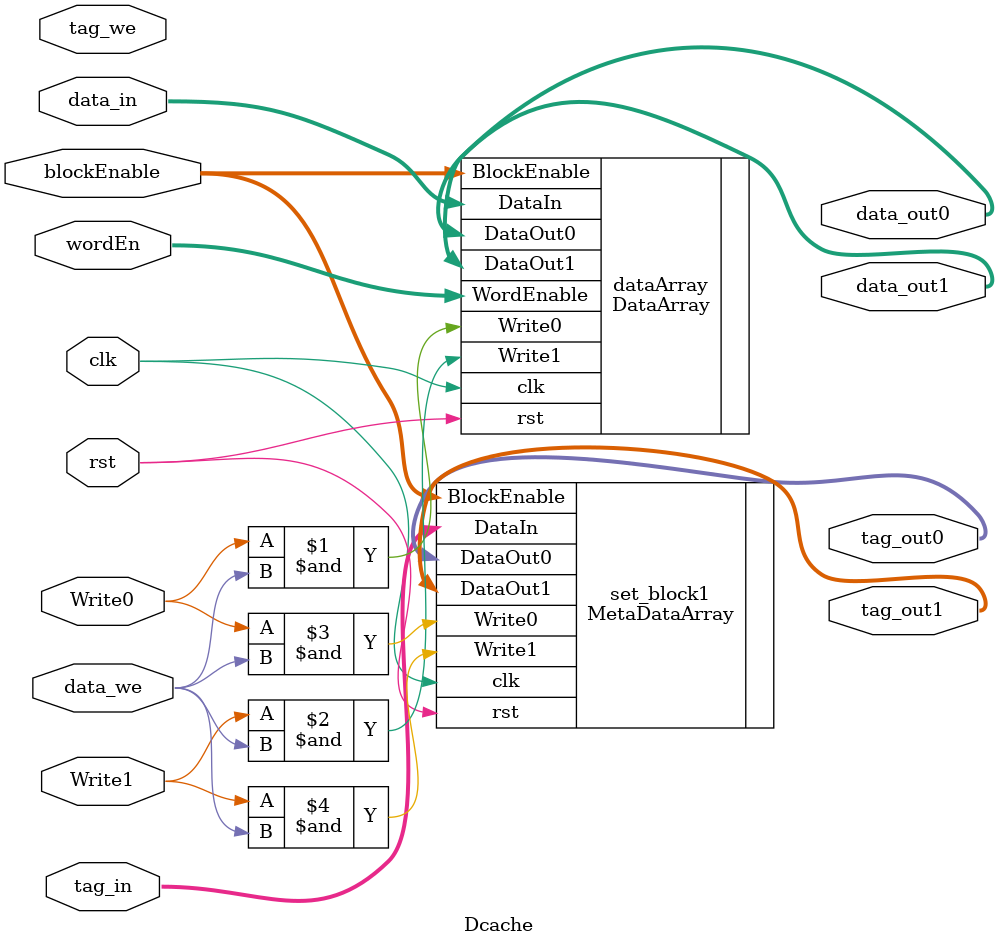
<source format=v>
module Dcache(clk, rst, data_we, tag_we, Write0, Write1, wordEn, tag_in, data_in, blockEnable, tag_out0, tag_out1, data_out0, data_out1);
input clk, rst;    
input data_we, tag_we; // write enables for data and tag array
input Write0, Write1; //way selects
input [7:0] wordEn;	//word in the data array
input [7:0] tag_in;	//tag to be stored in tag array
input [15:0] data_in; // data to be stored in data array
input [63:0] blockEnable; // block number in dataArray

output [7:0] tag_out0, tag_out1;	// tag stored at the given location in cache
output [15:0] data_out0, data_out1; //data returned by memory (afterdelay 

DataArray dataArray(.clk(clk), .rst(rst), .DataIn(data_in), .Write0(Write0 & data_we), .Write1(Write1 & data_we), .BlockEnable(blockEnable), .WordEnable(wordEn), .DataOut0(data_out0), .DataOut1(data_out1));
MetaDataArray set_block1(.clk(clk), .rst(rst), .DataIn(tag_in), .Write0(Write0 & data_we), .Write1(Write1 & data_we), .BlockEnable(blockEnable), .DataOut0(tag_out0), .DataOut1(tag_out1));

endmodule

</source>
